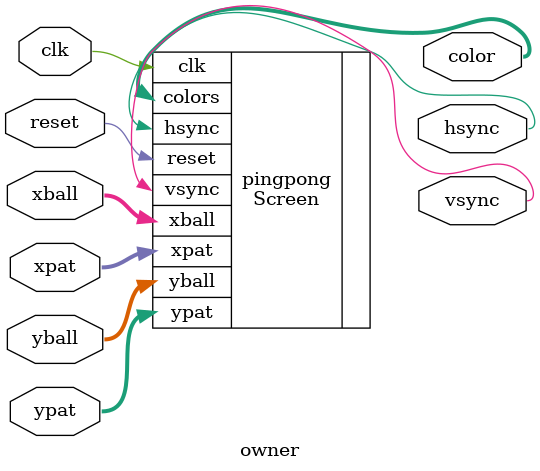
<source format=v>
`timescale 1ns / 1ps

//�˶δ�����ֻ��Ϊ�˲����ڲ��ı�����Ի����Ӱ���ã����ڿ���ֱ������Screen���������ǲ�����ˣ��ͻ��ǰ���ԭ������
module owner(clk,reset,hsync,vsync,xball,yball,xpat,ypat,color);
    input clk,reset;
    input [10:0] xball,yball,xpat,ypat;
    output hsync,vsync;
    output [11:0] color;
//////////////////////////////////////////////////////////////////////////////////
//    reg [10:0] xball,yball,xpat,ypat;//��ʱΪ���ڲ������ã�����ֻ������¼
//    always@(*)
//    begin
//    xball <= 11'd400;
//    yball <= 11'd395;
   
//    parameter xball = 300;
//    parameter yball = 395; 
    
//    xpat <= 11'd1100;
//    ypat <= 11'd495;
//    end
//////////////////////////////////////////////////////////////////////////////////
    Screen pingpong(.clk(clk),.reset(reset),.hsync(hsync),.vsync(vsync),.xball(xball),.yball(yball),.xpat(xpat),.ypat(ypat),.colors(color));
endmodule

</source>
